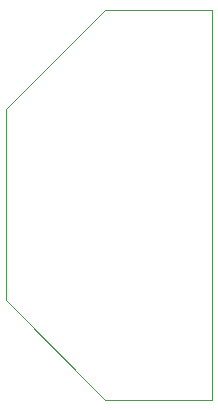
<source format=gbr>
%TF.GenerationSoftware,KiCad,Pcbnew,(6.0.5)*%
%TF.CreationDate,2022-05-17T08:31:02+02:00*%
%TF.ProjectId,logic-breakout,6c6f6769-632d-4627-9265-616b6f75742e,rev?*%
%TF.SameCoordinates,Original*%
%TF.FileFunction,Profile,NP*%
%FSLAX46Y46*%
G04 Gerber Fmt 4.6, Leading zero omitted, Abs format (unit mm)*
G04 Created by KiCad (PCBNEW (6.0.5)) date 2022-05-17 08:31:02*
%MOMM*%
%LPD*%
G01*
G04 APERTURE LIST*
%TA.AperFunction,Profile*%
%ADD10C,0.100000*%
%TD*%
G04 APERTURE END LIST*
D10*
X165160000Y-106510000D02*
X156060000Y-106510000D01*
X165160000Y-106510000D02*
X165160000Y-73510000D01*
X156060000Y-106510000D02*
X147660000Y-98110000D01*
X156060000Y-73510000D02*
X147660000Y-81910000D01*
X147660000Y-98110000D02*
X147660000Y-81910000D01*
X165160000Y-73510000D02*
X156060000Y-73510000D01*
M02*

</source>
